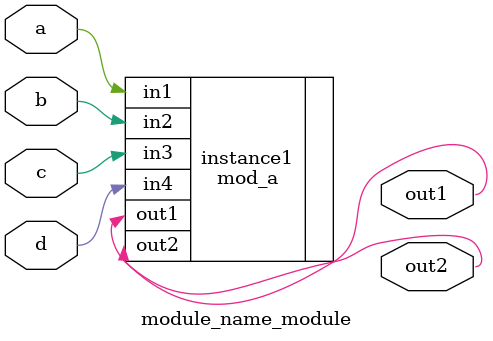
<source format=v>
module module_name_module ( 
   input a, 
   input b, 
   input c,
   input d,
   output out1,
   output out2
);
	// We are given module mod_a
	// module mod_a ( output out1, output out2, input in1, input in2, input in3, input in4);
   mod_a instance1 ( .out1(out1), .out2(out2), .in1(a), .in2(b), .in3(c), .in4(d) );
endmodule
</source>
